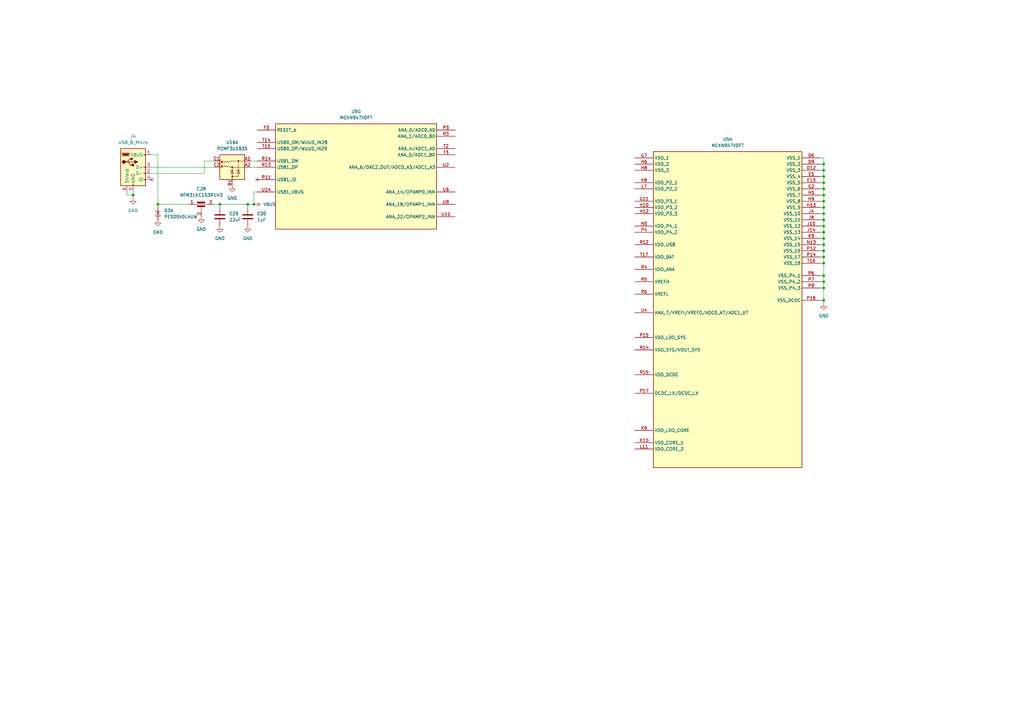
<source format=kicad_sch>
(kicad_sch (version 20231120) (generator "eeschema") (generator_version "8.0")
  (paper "A3")
  (title_block (title "MR-MCXN-T1 Sensor hub") (date "2025-01-17") (rev "X0") (company "NXP SEMICONDUCTORS B.V.") (comment 1 "CLASSIFICATION: INTERNAL USE ONLY") (comment 3 "DESIGNER: YOURI TILS") (comment 4 "CTO SYSTEM INNOVATIONS / MOBILE ROBOTICS DOMAIN"))
  (lib_symbols
    (symbol "Connector:USB_B_Micro" (pin_names (offset 1.016))
      (property "Reference" "J" (at -5.08 11.43 0))
      (property "Value" "USB_B_Micro" (at -5.08 8.89 0))
      (symbol "USB_B_Micro_0_1"
        (rectangle (start -5.08 -7.62) (end 5.08 7.62) (stroke (width 0.254)) (fill (type background)))
        (circle (center -3.81 2.159) (radius 0.635) (stroke (width 0.254)) (fill (type outline)))
        (circle (center -0.635 3.429) (radius 0.381) (stroke (width 0.254)) (fill (type outline)))
        (rectangle (start -0.127 -7.62) (end 0.127 -6.858))
        (polyline (pts (xy -1.905 2.159) (xy 0.635 2.159)) (stroke (width 0.254)))
        (polyline (pts (xy -3.175 2.159) (xy -2.54 2.159) (xy -1.27 3.429) (xy -0.635 3.429)) (stroke (width 0.254)))
        (polyline (pts (xy -2.54 2.159) (xy -1.905 2.159) (xy -1.27 0.889) (xy 0 0.889)) (stroke (width 0.254)))
        (polyline (pts (xy 0.635 2.794) (xy 0.635 1.524) (xy 1.905 2.159) (xy 0.635 2.794)) (stroke (width 0.254)) (fill (type outline)))
        (polyline (pts (xy -4.318 5.588) (xy -1.778 5.588) (xy -2.032 4.826) (xy -4.064 4.826) (xy -4.318 5.588)) (fill (type outline)))
        (polyline (pts (xy -4.699 5.842) (xy -4.699 5.588) (xy -4.445 4.826) (xy -4.445 4.572) (xy -1.651 4.572) (xy -1.651 4.826) (xy -1.397 5.588) (xy -1.397 5.842) (xy -4.699 5.842)))
        (rectangle (start 0.254 1.27) (end -0.508 0.508) (stroke (width 0.254)) (fill (type outline)))
        (rectangle (start 5.08 -5.207) (end 4.318 -4.953))
        (rectangle (start 5.08 -2.667) (end 4.318 -2.413))
        (rectangle (start 5.08 -0.127) (end 4.318 0.127))
        (rectangle (start 5.08 4.953) (end 4.318 5.207))
      )
      (symbol "USB_B_Micro_1_1"
        (pin power_out line (at 7.62 5.08 180) (length 2.54) (name "VBUS") (number "1"))
        (pin bidirectional line (at 7.62 -2.54 180) (length 2.54) (name "D-") (number "2"))
        (pin bidirectional line (at 7.62 0 180) (length 2.54) (name "D+") (number "3"))
        (pin passive line (at 7.62 -5.08 180) (length 2.54) (name "ID") (number "4"))
        (pin power_out line (at 0 -10.16 90) (length 2.54) (name "GND") (number "5"))
        (pin passive line (at -2.54 -10.16 90) (length 2.54) (name "Shield") (number "6"))
      )
    )
    (symbol "Device:C" (pin_numbers hide) (pin_names (offset 0.254))
      (property "Reference" "C" (at 0.635 2.54 0))
      (property "Value" "C" (at 0.635 -2.54 0))
      (symbol "C_0_1"
        (polyline (pts (xy -2.032 -0.762) (xy 2.032 -0.762)) (stroke (width 0.508)))
        (polyline (pts (xy -2.032 0.762) (xy 2.032 0.762)) (stroke (width 0.508)))
      )
      (symbol "C_1_1"
        (pin passive line (at 0 3.81 270) (length 2.794) (name "~") (number "1"))
        (pin passive line (at 0 -3.81 90) (length 2.794) (name "~") (number "2"))
      )
    )
    (symbol "Device:C_Feedthrough" (pin_names (offset 0.254) hide)
      (property "Reference" "C" (at 0 7.62 0))
      (property "Value" "C_Feedthrough" (at 0 5.715 0))
      (symbol "C_Feedthrough_0_1"
        (rectangle (start -1.651 1.524) (end 1.524 2.032) (fill (type outline)))
        (polyline (pts (xy -2.54 2.54) (xy 2.54 2.54)))
        (polyline (pts (xy 0 0) (xy 0 1.778)))
        (rectangle (start 1.524 3.048) (end -1.651 3.556) (fill (type outline)))
      )
      (symbol "C_Feedthrough_1_1"
        (pin passive line (at -5.08 2.54 0) (length 2.54) (name "1") (number "1"))
        (pin passive line (at 0 -2.54 90) (length 2.54) (name "2") (number "2"))
        (pin passive line (at 5.08 2.54 180) (length 2.54) (name "3") (number "3"))
      )
    )
    (symbol "MCXN:MCXN947VDFT"
      (property "Reference" "U" (at 1.27 3.81 0))
      (property "Value" "MCXN947VDFT" (at 7.62 1.27 0))
      (symbol "MCXN947VDFT_1_0"
        (rectangle (start 147.32 0) (end 0 -88.9) (stroke (width 0.254)) (fill (type background)))
        (pin passive line (at -7.62 -48.26 0) (length 7.62) (name "P0_17/TSI0_CH12/ADC0_A9/FC0_P1/CT0_MAT1/UTICK_CAP3/FLEXIO0_D1/PDM0_DATA0/I3C0_SCL/TP_HREADY") (number "A10"))
        (pin passive line (at -7.62 -27.94 0) (length 7.62) (name "P0_9/ADC0_B9/FC0_P5/CT_INP1/FLEXIO0_D1") (number "A12"))
        (pin passive line (at -7.62 -17.78 0) (length 7.62) (name "P0_5/TSI0_CH9/EWM0_OUT_b/FC0_P1/FC1_P5/CT0_MAT3/UTICK_CAP3/PDM0_DATA0") (number "A14"))
        (pin passive line (at -7.62 -7.62 0) (length 7.62) (name "P0_1/TCLK/SWCLK/FC1_P1/CT_INP1") (number "A16"))
        (pin passive line (at -7.62 -5.08 0) (length 7.62) (name "P0_0/TMS/SWDIO/FC1_P0/CT_INP0") (number "A17"))
        (pin passive line (at -7.62 -68.58 0) (length 7.62) (name "P0_25/ADC0_B17/FC1_P1/CT0_MAT1") (number "A6"))
        (pin passive line (at -7.62 -58.42 0) (length 7.62) (name "P0_21/TSI0_CH16/ADC0_A13/FC0_P5/FC1_P1/CT_INP1/FLEXIO0_D5/I3C0_SCL") (number "A8"))
        (pin passive line (at -7.62 -45.72 0) (length 7.62) (name "P0_16/TSI0_CH11/ADC0_A8/FC0_P0/CT0_MAT0/UTICK_CAP2/FLEXIO0_D0/PDM0_CLK/I3C0_SDA/TP_HRESP/WUU0_IN2") (number "B10"))
        (pin passive line (at -7.62 -33.02 0) (length 7.62) (name "P0_11/ADC0_B11/CT0_MAT1/FLEXIO0_D3/HSCMP2_OUT") (number "B11"))
        (pin passive line (at -7.62 -30.48 0) (length 7.62) (name "P0_10/ADC0_B10/FC0_P6/CT0_MAT0/FLEXIO0_D2") (number "B12"))
        (pin passive line (at -7.62 -15.24 0) (length 7.62) (name "P0_4/TSI0_CH8/EWM0_IN/FC0_P0/FC1_P4/CT0_MAT2/UTICK_CAP2/HSCMP1_OUT/PDM0_CLK/WUU0_IN0") (number "B14"))
        (pin passive line (at -7.62 -12.7 0) (length 7.62) (name "P0_3/CMP1_IN1/TDI/FC1_P3/CT0_MAT1/UTICK_CAP1/HSCMP0_OUT") (number "B15"))
        (pin passive line (at -7.62 -10.16 0) (length 7.62) (name "P0_2/TDO/SWO/FC1_P2/CT0_MAT0/UTICK_CAP0/I3C0_PUR") (number "B16"))
        (pin passive line (at -7.62 -66.04 0) (length 7.62) (name "P0_24/ADC0_B16/FC1_P0/CT0_MAT0") (number "B6"))
        (pin passive line (at -7.62 -63.5 0) (length 7.62) (name "P0_23/ADC0_A15/CMP2_IN2/EWM0_OUT_b/FC1_P3/CT_INP3/FLEXIO0_D7/WUU0_IN5") (number "B7"))
        (pin passive line (at -7.62 -60.96 0) (length 7.62) (name "P0_22/ADC0_A14/CMP1_IN2/EWM0_IN/FC0_P6/FC1_P2/CT_INP2/FLEXIO0_D6/I3C0_PUR") (number "B8"))
        (pin passive line (at -7.62 -50.8 0) (length 7.62) (name "P0_18/TSI0_CH13/ADC0_A10/EWM0_IN/FC0_P2/CT0_MAT2/FLEXIO0_D2/HSCMP0_OUT/PDM0_DATA1") (number "C10"))
        (pin passive line (at -7.62 -25.4 0) (length 7.62) (name "P0_8/ADC0_B8/FC0_P4/CT_INP0/FLEXIO0_D0") (number "C12"))
        (pin passive line (at -7.62 -22.86 0) (length 7.62) (name "P0_7/CMP2_IN1/FC0_P3/CT_INP3/WUU0_IN1") (number "C13"))
        (pin passive line (at -7.62 -20.32 0) (length 7.62) (name "P0_6/TSI0_CH10/ISPMODE_N/FC0_P2/FC1_P6/CT_INP2/HSCMP2_OUT/PDM0_DATA1/CLKOUT") (number "C14"))
        (pin passive line (at -7.62 -55.88 0) (length 7.62) (name "P0_20/TSI0_CH15/ADC0_A12/FC0_P4/FC1_P0/CT_INP0/FLEXIO0_D4/I3C0_SDA/WUU0_IN4") (number "C8"))
        (pin passive line (at -7.62 -53.34 0) (length 7.62) (name "P0_19/TSI0_CH14/ADC0_A11/EWM0_OUT_b/FC0_P3/CT0_MAT3/FLEXIO0_D3/HSCMP1_OUT/WUU0_IN3") (number "C9"))
        (pin passive line (at -7.62 -35.56 0) (length 7.62) (name "P0_12/ADC0_B12/NVM_TM0/FC1_P4/FC0_P0/CT0_MAT2/FLEXIO0_D4") (number "D11"))
        (pin passive line (at -7.62 -83.82 0) (length 7.62) (name "P0_31/ADC0_B23/CT_INP3") (number "D7"))
        (pin passive line (at -7.62 -73.66 0) (length 7.62) (name "P0_27/ADC0_B19/FC1_P3/CT0_MAT3") (number "E10"))
        (pin passive line (at -7.62 -40.64 0) (length 7.62) (name "P0_14/ADC0_B14/NVM_TM2/FC1_P6/FC0_P2/CT_INP2/UTICK_CAP0/FLEXIO0_D6") (number "E11"))
        (pin passive line (at -7.62 -81.28 0) (length 7.62) (name "P0_30/ADC0_B22/FC1_P6/FC0_P6/CT_INP2") (number "E7"))
        (pin passive line (at -7.62 -76.2 0) (length 7.62) (name "P0_28/ADC0_B20/FC1_P4/FC0_P4/CT_INP0") (number "E8"))
        (pin passive line (at -7.62 -71.12 0) (length 7.62) (name "P0_26/ADC0_B18/FC1_P2/CT0_MAT2") (number "F10"))
        (pin passive line (at -7.62 -38.1 0) (length 7.62) (name "P0_13/ADC0_B13/NVM_TM1/FC1_P5/FC0_P1/CT0_MAT3/FLEXIO0_D5") (number "F12"))
        (pin passive line (at -7.62 -78.74 0) (length 7.62) (name "P0_29/ADC0_B21/FC1_P5/FC0_P5/CT_INP1") (number "F8"))
        (pin passive line (at -7.62 -43.18 0) (length 7.62) (name "P0_15/ADC0_B15/NVM_TM3/FC0_P3/CT_INP3/UTICK_CAP1/FLEXIO0_D7") (number "G13"))
      )
      (symbol "MCXN947VDFT_2_0"
        (rectangle (start 248.92 0) (end 0 -71.12) (stroke (width 0.254)) (fill (type background)))
        (pin passive line (at -7.62 -22.86 0) (length 7.62) (name "P1_8/TSI0_CH17/ADC1_A8/TRACE_DATA0/FC4_P0/FC5_P4/CT_INP8/SCT0_OUT2/FLEXIO0_D16/EZH_PIO4/PLU_OUT0/ENET0_TXD2/I3C1_SDA/TP_DATA0/WUU0_IN10/LPTMR1_ALT3") (number "A1"))
        (pin passive line (at -7.62 -20.32 0) (length 7.62) (name "P1_7/TSI0_CH7/ADC0_A23/TRIG_OUT2/FC5_P3/CT_INP7/SCT0_IN1/FLEXIO0_D15/EZH_PIO3/PLU_CLK/ENET0_TXD1/SAI1_RX_FS/CAN1_RXD/USB0_DO_TXDATA_TEST/ADC1_CONV_DATA3/WUU0_IN9") (number "A2"))
        (pin passive line (at -7.62 -12.7 0) (length 7.62) (name "P1_4/TSI0_CH4/ADC0_A20/CMP0_IN2/FREQME_CLK_IN0/FC3_P4/FC5_P0/CT1_MAT2/SCT0_OUT0/FLEXIO0_D12/EZH_PIO0/ENET0_TX_CLK/SAI0_TXD1/USB0_IND_RXDM_TEST/ADC1_CONV_DATA0/WUU0_IN8") (number "A4"))
        (pin passive line (at -7.62 -25.4 0) (length 7.62) (name "P1_9/TSI0_CH18/ADC1_A9/TRACE_DATA1/FC4_P1/FC5_P5/CT_INP9/SCT0_OUT3/FLEXIO0_D17/EZH_PIO5/PLU_OUT1/ENET0_TXD3/I3C1_SCL/TP_DATA1") (number "B1"))
        (pin passive line (at -7.62 -17.78 0) (length 7.62) (name "P1_6/TSI0_CH6/ADC0_A22/TRIG_IN2/FC3_P6/FC5_P2/CT_INP6/SCT0_IN0/FLEXIO0_D14/EZH_PIO2/ENET0_TXD0/SAI1_RX_BCLK/CAN1_TXD/USB0_IND_RXDIFF_TEST/ADC1_CONV_DATA2") (number "B2"))
        (pin passive line (at -7.62 -15.24 0) (length 7.62) (name "P1_5/TSI0_CH5/ADC0_A21/CMP0_IN3/FREQME_CLK_IN1/FC3_P5/FC5_P1/CT1_MAT3/SCT0_OUT1/FLEXIO0_D13/EZH_PIO1/ENET0_TXEN/SAI0_RXD1/USB0_IND_RXDP_TEST/ADC1_CONV_DATA1") (number "B3"))
        (pin passive line (at -7.62 -10.16 0) (length 7.62) (name "P1_3/TSI0_CH3/ADC0_A19/CMP0_IN1/TRIG_OUT1/FC3_P3/CT1_MAT1/SCT0_IN7/FLEXIO0_D11/ENET0_MDIO/SAI1_RXD0/CAN0_RXD/TP_HTRANS/WUU0_IN7") (number "B4"))
        (pin passive line (at -7.62 -27.94 0) (length 7.62) (name "P1_10/TSI0_CH19/ADC1_A10/TRACE_DATA2/FC4_P2/FC5_P6/CT2_MAT0/SCT0_IN2/FLEXIO0_D18/EZH_PIO6/PLU_IN0/ENET0_TXER/CAN0_TXD/TP_DATA2") (number "C3"))
        (pin passive line (at -7.62 -7.62 0) (length 7.62) (name "P1_2/TSI0_CH2/ADC0_A18/CMP2_IN0/TRIG_OUT0/FC3_P2/FC4_P6/CT1_MAT0/SCT0_IN6/FLEXIO0_D10/ENET0_MDC/SAI1_TXD0/CAN0_TXD/USB0_OBE_TXDATA_b_TEST/ADC1_CONV_CLK") (number "C4"))
        (pin passive line (at -7.62 -5.08 0) (length 7.62) (name "P1_1/TSI0_CH1/ADC0_A17/CMP1_IN0/TRIG_IN1/FC3_P1/FC4_P5/CT_INP5/SCT0_OUT7/FLEXIO0_D9/SAI1_TX_FS/NVM_SDO") (number "C5"))
        (pin passive line (at -7.62 -2.54 0) (length 7.62) (name "P1_0/TSI0_CH0/ADC0_A16/CMP0_IN0/TRIG_IN0/FC3_P0/FC4_P4/CT_INP4/SCT0_OUT6/FLEXIO0_D8/SAI1_TX_BCLK/WUU0_IN6/LPTMR0_ALT3") (number "C6"))
        (pin passive line (at -7.62 -35.56 0) (length 7.62) (name "P1_13/TSI0_CH22/ADC1_A13/TRIG_IN3/FC4_P5/FC3_P1/CT2_MAT3/SCT0_OUT5/FLEXIO0_D21/EZH_PIO9/PLU_OUT3/ENET0_RXDV/CAN1_TXD/USB0_OBE_TXBIAS_b_TEST/ADC1_CONV_DATA5") (number "D1"))
        (pin passive line (at -7.62 -33.02 0) (length 7.62) (name "P1_12/TSI0_CH21/ADC1_A12/TRACE_CLK/FC4_P4/FC3_P0/CT2_MAT2/SCT0_OUT4/FLEXIO0_D20/EZH_PIO8/PLU_OUT2/ENET0_RXER/CAN1_RXD/USB0_PUE_PULLDWN_DP_TEST/ADC1_CONV_DATA4/WUU0_IN12") (number "D2"))
        (pin passive line (at -7.62 -30.48 0) (length 7.62) (name "P1_11/TSI0_CH20/ADC1_A11/TRACE_DATA3/FC4_P3/CT2_MAT1/SCT0_IN3/FLEXIO0_D19/EZH_PIO7/PLU_IN1/ENET0_RX_CLK/I3C1_PUR/CAN0_RXD/TP_DATA3/WUU0_IN11") (number "D3"))
        (pin passive line (at -7.62 -38.1 0) (length 7.62) (name "P1_14/TSI0_CH23/ADC1_A14/FC4_P6/FC3_P2/CT_INP10/SCT0_IN4/FLEXIO0_D22/EZH_PIO10/PLU_IN2/ENET0_RXD0/USB0_DO_TXSZERO_TEST/ADC1_CONV_DATA6") (number "D4"))
        (pin passive line (at -7.62 -40.64 0) (length 7.62) (name "P1_15/TSI0_CH24/ADC1_A15/FC3_P3/CT_INP11/SCT0_IN5/FLEXIO0_D23/EZH_PIO11/PLU_IN3/ENET0_RXD1/I3C1_PUR/USB0_SRE_LOWSPEED_TEST/ADC1_CONV_DATA7/WUU0_IN13") (number "E4"))
        (pin passive line (at -7.62 -63.5 0) (length 7.62) (name "P1_30/XTAL48M/TRIG_OUT3/CT_INP16/SCT0_OUT8/SAI0_MCLK") (number "F1"))
        (pin passive line (at -7.62 -66.04 0) (length 7.62) (name "P1_31/EXTAL48M/TRIG_IN4/CT_INP17/SCT0_OUT9") (number "F2"))
        (pin passive line (at -7.62 -45.72 0) (length 7.62) (name "P1_17/ADC1_A17/FC5_P1/FC3_P5/CT_INP13/SCT0_OUT7/FLEXIO0_D25/EZH_PIO13/PLU_OUT5/ENET0_RXD3/I3C1_SCL") (number "F4"))
        (pin passive line (at -7.62 -43.18 0) (length 7.62) (name "P1_16/ADC1_A16/FC5_P0/FC3_P4/CT_INP12/SCT0_OUT6/FLEXIO0_D24/EZH_PIO12/PLU_OUT4/ENET0_RXD2/I3C1_SDA/WUU0_IN14") (number "F6"))
        (pin passive line (at -7.62 -48.26 0) (length 7.62) (name "P1_18/ADC1_A18/FREQME_CLK_IN0/FC5_P2/FC3_P6/CT3_MAT0/SCT0_IN6/FLEXIO0_D26/EZH_PIO14/PLU_IN4/ENET0_COL/CAN0_TXD") (number "G4"))
        (pin passive line (at -7.62 -50.8 0) (length 7.62) (name "P1_19/ADC1_A19/FREQME_CLK_IN1/FC5_P3/CT3_MAT1/SCT0_IN7/FLEXIO0_D27/EZH_PIO15/PLU_IN5/ENET0_CRS/CAN0_RXD/WUU0_IN15") (number "G5"))
        (pin passive line (at -7.62 -53.34 0) (length 7.62) (name "P1_20/ADC1_A20/CMP1_IN3/TRIG_IN2/FC5_P4/FC4_P0/CT3_MAT2/SCT0_OUT8/FLEXIO0_D28/EZH_PIO16/PLU_OUT6/ENET0_MDC/CAN1_TXD") (number "K5"))
        (pin passive line (at -7.62 -58.42 0) (length 7.62) (name "P1_22/ADC1_A22/TRIG_IN3/FC5_P6/FC4_P2/CT_INP14/SCT0_OUT4/FLEXIO0_D30/EZH_PIO18") (number "L4"))
        (pin passive line (at -7.62 -55.88 0) (length 7.62) (name "P1_21/ADC1_A21/CMP2_IN3/TRIG_OUT2/FC5_P5/FC4_P1/CT3_MAT3/SCT0_OUT9/FLEXIO0_D29/EZH_PIO17/PLU_OUT7/ENET0_MDIO/SAI1_MCLK/CAN1_RXD") (number "L5"))
        (pin passive line (at -7.62 -60.96 0) (length 7.62) (name "P1_23/ADC1_A23/FC4_P3/CT_INP15/SCT0_OUT5/FLEXIO0_D31/EZH_PIO19") (number "M4"))
      )
      (symbol "MCXN947VDFT_3_0"
        (rectangle (start 223.52 0) (end 0 -35.56) (stroke (width 0.254)) (fill (type background)))
        (pin passive line (at -7.62 -5.08 0) (length 7.62) (name "P2_1/TRACE_CLK/SDHC0_D4/SCT0_IN1/PWM1_B3/FLEXIO0_D9/EZH_PIO21/FLEXSPI0_B_DQS/SINC0_MCLK_OUT0/SAI0_RX_FS/ESPI0_NOTIFY") (number "H1"))
        (pin passive line (at -7.62 -2.54 0) (length 7.62) (name "P2_0/TRIG_IN5/FC9_P6/SDHC0_D5/SCT0_IN0/PWM1_A3/FLEXIO0_D8/EZH_PIO20/FLEXSPI0_B_SS1_b/SAI0_RX_BCLK/ESPI0_RST") (number "H2"))
        (pin passive line (at -7.62 -7.62 0) (length 7.62) (name "P2_2/CLKOUT/FC9_P3/SDHC0_D1/SCT0_OUT0/PWM1_A2/FLEXIO0_D10/EZH_PIO22/FLEXSPI0_B_SS0_b/SINC0_MCLK0/SAI0_TXD0/ESPI0_CSn/USB0_IBE_RXDIFF_b_TEST/WUU0_IN16") (number "H3"))
        (pin passive line (at -7.62 -10.16 0) (length 7.62) (name "P2_3/FC9_P1/SDHC0_D0/SCT0_OUT1/PWM1_B2/FLEXIO0_D11/EZH_PIO23/FLEXSPI0_B_SCLK/SINC0_MBIT0/SAI0_RXD0/ESPI0_CLK/USB0_PUE_PULLDWN_DM_TEST") (number "J3"))
        (pin passive line (at -7.62 -15.24 0) (length 7.62) (name "P2_5/TRIG_OUT3/FC9_P2/SDHC0_CMD/SCT0_OUT3/PWM1_B1/FLEXIO0_D13/EZH_PIO25/FLEXSPI0_B_DATA1/SINC0_MBIT1/SAI0_TXD1/ESPI0_DATA1/USB0_SRE_LOWSPEED_TEST") (number "K1"))
        (pin passive line (at -7.62 -17.78 0) (length 7.62) (name "P2_6/TRIG_IN4/FC9_P4/SDHC0_D3/SCT0_OUT4/PWM1_A0/FLEXIO0_D14/EZH_PIO26/FLEXSPI0_B_DATA2/SINC0_MCLK2/SAI0_TX_BCLK/ESPI0_DATA2/USB0_PUIMPSEL_PULLUP_DP_TEST") (number "K2"))
        (pin passive line (at -7.62 -12.7 0) (length 7.62) (name "P2_4/FC9_P0/SDHC0_CLK/SCT0_OUT2/PWM1_A1/FLEXIO0_D12/EZH_PIO24/FLEXSPI0_B_DATA0/SINC0_MCLK1/SAI0_RXD1/ESPI0_DATA0/USB0_PUE_PULLUP_DP_TEST/WUU0_IN17") (number "K3"))
        (pin passive line (at -7.62 -20.32 0) (length 7.62) (name "P2_7/TRIG_IN5/FC9_P5/SDHC0_D2/SCT0_OUT5/PWM1_B0/FLEXIO0_D15/EZH_PIO27/FLEXSPI0_B_DATA3/SINC0_MBIT2/SAI0_TX_FS/ESPI0_DATA3/USB1_TSTO_PLL_OUT_DIV") (number "L2"))
        (pin passive line (at -7.62 -25.4 0) (length 7.62) (name "P2_9/TRACE_DATA1/SDHC0_D6/SCT0_IN3/PWM1_X1/FLEXIO0_D17/EZH_PIO29/FLEXSPI0_B_DATA5/SINC0_MBIT3/SAI1_RXD0") (number "M1"))
        (pin passive line (at -7.62 -22.86 0) (length 7.62) (name "P2_8/TRACE_DATA0/SDHC0_D7/SCT0_IN2/PWM1_X0/FLEXIO0_D16/EZH_PIO28/FLEXSPI0_B_DATA4/SINC0_MCLK3/SAI1_TXD0") (number "M2"))
        (pin passive line (at -7.62 -27.94 0) (length 7.62) (name "P2_10/TRACE_DATA2/SCT0_IN4/PWM1_X2/FLEXIO0_D18/EZH_PIO31/FLEXSPI0_B_DATA6/SINC0_MCLK4/SAI1_RXD1") (number "M3"))
        (pin passive line (at -7.62 -30.48 0) (length 7.62) (name "P2_11/TRACE_DATA3/SCT0_IN5/PWM1_X3/FLEXIO0_D19/EZH_PIO30/FLEXSPI0_B_DATA7/SINC0_MBIT4/SAI1_TXD1") (number "N4"))
      )
      (symbol "MCXN947VDFT_4_0"
        (rectangle (start 226.06 0) (end 0 -66.04) (stroke (width 0.254)) (fill (type background)))
        (pin passive line (at -7.62 -2.54 0) (length 7.62) (name "P3_0/TRIG_IN0/FC7_P3/CT_INP16/PWM0_A0/FLEXIO0_D8/EZH_PIO0/FLEXSPI0_A_SS0_b/PF_QSPI_CS0_DIS/TP_HWRITE/WUU0_IN22") (number "B17"))
        (pin passive line (at -7.62 -5.08 0) (length 7.62) (name "P3_1/TRIG_IN1/FC6_P0/FC7_P6/CT_INP17/PWM0_B0/FLEXIO0_D9/EZH_PIO1/FLEXSPI0_A_SS1_b/PF_QSPI_CS1_DIS/FREQME_CLK_OUT0") (number "C15"))
        (pin passive line (at -7.62 -20.32 0) (length 7.62) (name "P3_7/FC6_P6/FC7_P1/CT4_MAT3/PWM0_B1/FLEXIO0_D15/EZH_PIO7/FLEXSPI0_A_SCLK/SIM0_VCCEN/SAI0_MCLK/PF_QSPI_SCKIN/TP_LOAD_EN") (number "D14"))
        (pin passive line (at -7.62 -7.62 0) (length 7.62) (name "P3_2/FC7_P0/CT4_MAT0/PWM0_X0/FLEXIO0_D10/EZH_PIO2/SIM1_PD") (number "D15"))
        (pin passive line (at -7.62 -10.16 0) (length 7.62) (name "P3_3/FC7_P1/CT4_MAT1/PWM0_X1/FLEXIO0_D11/EZH_PIO3/SIM1_RST") (number "D16"))
        (pin passive line (at -7.62 -17.78 0) (length 7.62) (name "P3_6/CLKOUT/FC6_P1/CT4_MAT2/PWM0_A1/FLEXIO0_D14/EZH_PIO6/FLEXSPI0_A_DQS/SIM1_VCCEN/SAI1_MCLK/PF_QSPI_CS_n/FREQME_CLK_OUT1/ADC0_CONV_CLK") (number "D17"))
        (pin passive line (at -7.62 -22.86 0) (length 7.62) (name "P3_8/FC6_P4/FC7_P0/CT_INP4/PWM0_A2/FLEXIO0_D16/EZH_PIO8/FLEXSPI0_A_DATA0/SIM0_PD/SAI0_TX_BCLK/PF_QSPI_DATA0/TP_ADDR0/WUU0_IN23") (number "E14"))
        (pin passive line (at -7.62 -12.7 0) (length 7.62) (name "P3_4/FC7_P2/CT_INP18/PWM0_X2/FLEXIO0_D12/EZH_PIO4/SIM1_CLK") (number "F14"))
        (pin passive line (at -7.62 -25.4 0) (length 7.62) (name "P3_9/FC6_P5/FC7_P2/CT_INP5/PWM0_B2/FLEXIO0_D17/EZH_PIO9/FLEXSPI0_A_DATA1/SIM0_RST/SAI0_TX_FS/PF_QSPI_DATA1/TP_ADDR1") (number "F15"))
        (pin passive line (at -7.62 -30.48 0) (length 7.62) (name "P3_11/FC6_P3/FC7_P5/CT1_MAT1/PWM0_B3/FLEXIO0_D19/EZH_PIO11/FLEXSPI0_A_DATA3/SIM0_IO/SAI0_RXD0/PF_QSPI_DATA3/USB1_TSTI_TX_LS_EN/TP_ADDR3/WUU0_IN24") (number "F16"))
        (pin passive line (at -7.62 -27.94 0) (length 7.62) (name "P3_10/FC6_P2/FC7_P4/CT1_MAT0/PWM0_A3/FLEXIO0_D18/EZH_PIO10/FLEXSPI0_A_DATA2/SIM0_CLK/SAI0_TXD0/PF_QSPI_DATA2/USB1_TSTI_TX_HS_MODE/TP_ADDR2") (number "F17"))
        (pin passive line (at -7.62 -15.24 0) (length 7.62) (name "P3_5/FC7_P3/CT_INP19/PWM0_X3/FLEXIO0_D13/EZH_PIO5/SIM1_IO") (number "G14"))
        (pin passive line (at -7.62 -33.02 0) (length 7.62) (name "P3_12/FC7_P4/FC6_P4/CT1_MAT2/PWM1_A0/FLEXIO0_D20/EZH_PIO12/FLEXSPI0_A_DATA4/SAI0_RXD1/USB1_TSTI_TX_ENAB/ADC0_CONV_DATA0") (number "G16"))
        (pin passive line (at -7.62 -40.64 0) (length 7.62) (name "P3_15/FC8_P1/CT_INP7/PWM1_B1/FLEXIO0_D23/EZH_PIO15/FLEXSPI0_A_DATA7/SAI0_RX_FS/PF_SPI_SCKIN/USB1_TSTI_TX_DN/ADC0_CONV_DATA3") (number "H15"))
        (pin passive line (at -7.62 -35.56 0) (length 7.62) (name "P3_13/FC7_P5/FC6_P5/CT1_MAT3/PWM1_B0/FLEXIO0_D21/EZH_PIO13/FLEXSPI0_A_DATA5/SAI0_TXD1/PF_SPI_CS0_n/USB1_TSTI_TX_HIZ/ADC0_CONV_DATA1") (number "H16"))
        (pin passive line (at -7.62 -38.1 0) (length 7.62) (name "P3_14/FC8_P0/CT_INP6/PWM1_A1/FLEXIO0_D22/EZH_PIO14/FLEXSPI0_A_DATA6/SAI0_RX_BCLK/PF_SPI_DATA/USB1_TSTI_TX_DP/ADC0_CONV_DATA2/WUU0_IN25") (number "H17"))
        (pin passive line (at -7.62 -43.18 0) (length 7.62) (name "P3_16/FC8_P2/CT_INP8/PWM1_A2/FLEXIO0_D24/EZH_PIO16/SIM0_CLK/SAI1_TX_BCLK/USB1_TSTO_RX_FS_RXD/ADC0_CONV_DATA4") (number "J15"))
        (pin passive line (at -7.62 -45.72 0) (length 7.62) (name "P3_17/FC8_P3/CT_INP9/PWM1_B2/FLEXIO0_D25/EZH_PIO17/SIM0_IO/SAI1_TX_FS/USB1_TSTO_RX_HS_RXD/ADC0_CONV_DATA5/WUU0_IN26") (number "K15"))
        (pin passive line (at -7.62 -48.26 0) (length 7.62) (name "P3_18/FC6_P6/CT2_MAT0/PWM1_X0/FLEXIO0_D26/EZH_PIO18/SAI1_RX_BCLK") (number "K16"))
        (pin passive line (at -7.62 -50.8 0) (length 7.62) (name "P3_19/FC7_P6/CT2_MAT1/PWM1_X1/FLEXIO0_D27/EZH_PIO19/SAI1_RX_FS") (number "K17"))
        (pin passive line (at -7.62 -55.88 0) (length 7.62) (name "P3_21/TRIG_OUT1/FC8_P5/FC6_P1/CT2_MAT3/PWM1_B3/FLEXIO0_D29/EZH_PIO21/SIM0_RST/SAI1_RXD0/PF_SPI_CS1_DIS_n/USB1_TSTO_RX_SQUELCH/ADC0_CONV_DATA7") (number "L16"))
        (pin passive line (at -7.62 -60.96 0) (length 7.62) (name "P3_23/FC6_P3/CT_INP11/PWM1_X3/FLEXIO0_D31/EZH_PIO23/SAI1_TXD1") (number "M15"))
        (pin passive line (at -7.62 -58.42 0) (length 7.62) (name "P3_22/FC8_P6/FC6_P2/CT_INP10/PWM1_X2/FLEXIO0_D30/EZH_PIO22/SIM0_VCCEN/SAI1_RXD1") (number "M16"))
        (pin passive line (at -7.62 -53.34 0) (length 7.62) (name "P3_20/TRIG_OUT0/FC8_P4/FC6_P0/CT2_MAT2/PWM1_A3/FLEXIO0_D28/EZH_PIO20/SIM0_PD/SAI1_TXD0/PF_SPI_CS0_DIS_n/USB1_TSTO_RX_DISCON_DET/ADC0_CONV_DATA6/WUU0_IN27") (number "M17"))
      )
      (symbol "MCXN947VDFT_5_0"
        (rectangle (start 198.12 0) (end 0 -55.88) (stroke (width 0.254)) (fill (type background)))
        (pin passive line (at -7.62 -12.7 0) (length 7.62) (name "P4_4/FC2_P4/CT_INP14/EZH_PIO28/PLU_IN4/SINC0_MCLK4") (number "M6"))
        (pin passive line (at -7.62 -15.24 0) (length 7.62) (name "P4_5/FC2_P5/CT_INP15/EZH_PIO29/PLU_IN5/SINC0_MBIT4") (number "M8"))
        (pin passive line (at -7.62 -38.1 0) (length 7.62) (name "P4_18/CT3_MAT2/FLEXIO0_D26/PLU_OUT6") (number "N10"))
        (pin passive line (at -7.62 -17.78 0) (length 7.62) (name "P4_6/TRIG_OUT4/FC2_P6/CT_INP18/EZH_PIO30/PLU_CLK") (number "N7"))
        (pin passive line (at -7.62 -27.94 0) (length 7.62) (name "P4_14/CT4_MAT2/FLEXIO0_D22/PLU_OUT2") (number "N8"))
        (pin passive line (at -7.62 -2.54 0) (length 7.62) (name "P4_0/TRIG_IN6/FC2_P0/CT_INP16/EZH_PIO24/PLU_IN0/SINC0_MCLK3/WUU0_IN18") (number "P1"))
        (pin passive line (at -7.62 -5.08 0) (length 7.62) (name "P4_1/TRIG_IN7/FC2_P1/CT_INP17/EZH_PIO25/PLU_IN1") (number "P2"))
        (pin passive line (at -7.62 -40.64 0) (length 7.62) (name "P4_19/OPAMP1_OUT/ADC0_B1/CMP1_IN4P/TRIG_OUT5/CT3_MAT3/FLEXIO0_D27/PLU_OUT7/SINC0_MCLK_OUT1") (number "R10"))
        (pin passive line (at -7.62 -33.02 0) (length 7.62) (name "P4_16/OPAMP1_INP0/ADC0_A6/FC2_P2/USB1_OTG_PWR/CT3_MAT0/FLEXIO0_D24/PLU_OUT4/SINC0_MCLK1/CAN1_TXD") (number "R8"))
        (pin passive line (at -7.62 -35.56 0) (length 7.62) (name "P4_17/OPAMP1_INP1/ADC0_B6/TRIG_IN9/FC2_P3/USB1_OTG_OC/CT3_MAT1/FLEXIO0_D25/PLU_OUT5/SINC0_MBIT1") (number "R9"))
        (pin passive line (at -7.62 -7.62 0) (length 7.62) (name "P4_2/DAC0_OUT/ADC0_A4/ADC1_A4/CMP0_IN4N/CMP1_IN4N/CMP2_IN4N/TRIG_IN6/FC2_P2/CT_INP12/EZH_PIO26/PLU_IN2/SINC0_MBIT3") (number "T1"))
        (pin passive line (at -7.62 -43.18 0) (length 7.62) (name "P4_20/OPAMP2_INP0/ADC1_A6/TRIG_IN8/FC2_P4/CT2_MAT0/FLEXIO0_D28/SINC0_MCLK2") (number "T10"))
        (pin passive line (at -7.62 -45.72 0) (length 7.62) (name "P4_21/OPAMP2_INP1/ADC1_B6/TRIG_IN9/FC2_P5/CT2_MAT1/FLEXIO0_D29/SINC0_MBIT2") (number "T11"))
        (pin passive line (at -7.62 -48.26 0) (length 7.62) (name "P4_22/CT2_MAT2/FLEXIO0_D30") (number "T12"))
        (pin passive line (at -7.62 -20.32 0) (length 7.62) (name "P4_7/CT_INP19/EZH_PIO31") (number "T4"))
        (pin passive line (at -7.62 -22.86 0) (length 7.62) (name "P4_12/OPAMP0_INP0/ADC0_A5/ADC1_A5/USB0_VBUS_DET/FC2_P0/CT4_MAT0/FLEXIO0_D20/PLU_OUT0/SINC0_MCLK0/CAN0_RXD/MTR_START_BURNIN/WUU0_IN20") (number "T6"))
        (pin passive line (at -7.62 -25.4 0) (length 7.62) (name "P4_13/OPAMP0_INP1/ADC0_B5/ADC1_B5/TRIG_IN8/FC2_P1/USB1_ID/CT4_MAT1/FLEXIO0_D21/PLU_OUT1/SINC0_MBIT0/CAN0_TXD") (number "T7"))
        (pin passive line (at -7.62 -30.48 0) (length 7.62) (name "P4_15/OPAMP0_OUT/ADC0_A1/CMP0_IN4P/TRIG_OUT4/USB1_VBUS_DIG/CT4_MAT3/FLEXIO0_D23/PLU_OUT3/SINC0_MCLK_OUT0/CAN1_RXD/WUU0_IN21") (number "T8"))
        (pin passive line (at -7.62 -10.16 0) (length 7.62) (name "P4_3/DAC1_OUT/ADC0_B4/ADC1_B4/CMP0_IN5N/CMP1_IN5N/CMP2_IN5N/TRIG_IN7/FC2_P3/CT_INP13/EZH_PIO27/PLU_IN3/WUU0_IN19") (number "U1"))
        (pin passive line (at -7.62 -50.8 0) (length 7.62) (name "P4_23/OPAMP2_OUT/ADC0_A2/ADC0_B2/ADC1_B3/CMP2_IN4P/TRIG_OUT5/FC2_P6/CT2_MAT3/FLEXIO0_D31/SINC0_MCLK_OUT2") (number "U12"))
      )
      (symbol "MCXN947VDFT_6_0"
        (rectangle (start 73.66 0) (end 0 -33.02) (stroke (width 0.254)) (fill (type background)))
        (pin passive line (at -7.62 -17.78 0) (length 7.62) (name "P5_5/ADC1_B13/TRIG_IN10/LPTMR0_ALT2/TAMPER3") (number "K12"))
        (pin passive line (at -7.62 -20.32 0) (length 7.62) (name "P5_6/ADC1_B14/TRIG_OUT6/LPTMR1_ALT2/TAMPER4") (number "K13"))
        (pin passive line (at -7.62 -22.86 0) (length 7.62) (name "P5_7/ADC1_B15/TRIG_IN11/TAMPER5") (number "L13"))
        (pin passive line (at -7.62 -25.4 0) (length 7.62) (name "P5_8/ADC1_B16/TRIG_OUT7/TAMPER6") (number "L14"))
        (pin passive line (at -7.62 -10.16 0) (length 7.62) (name "P5_2/ADC1_B10/VBAT_WAKEUP_b/SPC_LPREQ/TAMPER0") (number "M10"))
        (pin passive line (at -7.62 -15.24 0) (length 7.62) (name "P5_4/ADC1_B12/TRIG_OUT7/SPC_LPREQ/TAMPER2") (number "M12"))
        (pin passive line (at -7.62 -27.94 0) (length 7.62) (name "P5_9/ADC1_B17/TAMPER7") (number "M14"))
        (pin passive line (at -7.62 -12.7 0) (length 7.62) (name "P5_3/ADC1_B11/TRIG_IN11/RTC_CLKOUT/TAMPER1") (number "N11"))
        (pin passive line (at -7.62 -5.08 0) (length 7.62) (name "P5_0/EXTAL32K/ADC1_B8/TRIG_IN10/LPTMR0_ALT2") (number "U16"))
        (pin passive line (at -7.62 -7.62 0) (length 7.62) (name "P5_1/XTAL32K/ADC1_B9/TRIG_OUT6/LPTMR1_ALT2") (number "U17"))
      )
      (symbol "MCXN947VDFT_7_0"
        (rectangle (start 66.04 0) (end 0 -43.18) (stroke (width 0.254)) (fill (type background)))
        (pin passive line (at -7.62 -2.54 0) (length 7.62) (name "RESET_b") (number "F3"))
        (pin passive line (at -7.62 -22.86 0) (length 7.62) (name "USB1_ID") (number "P11"))
        (pin passive line (at 73.66 -2.54 180) (length 7.62) (name "ANA_0/ADC0_A0") (number "P3"))
        (pin passive line (at -7.62 -17.78 0) (length 7.62) (name "USB1_DP") (number "R13"))
        (pin passive line (at -7.62 -15.24 0) (length 7.62) (name "USB1_DM") (number "R14"))
        (pin passive line (at 73.66 -5.08 180) (length 7.62) (name "ANA_1/ADC0_B0") (number "R3"))
        (pin passive line (at -7.62 -7.62 0) (length 7.62) (name "USB0_DM/WUU0_IN28") (number "T14"))
        (pin passive line (at -7.62 -10.16 0) (length 7.62) (name "USB0_DP/WUU0_IN29") (number "T15"))
        (pin passive line (at 73.66 -10.16 180) (length 7.62) (name "ANA_4/ADC1_A0") (number "T2"))
        (pin passive line (at 73.66 -12.7 180) (length 7.62) (name "ANA_5/ADC1_B0") (number "T3"))
        (pin passive line (at 73.66 -38.1 180) (length 7.62) (name "ANA_22/OPAMP2_INN") (number "U10"))
        (pin passive line (at -7.62 -27.94 0) (length 7.62) (name "USB1_VBUS") (number "U14"))
        (pin passive line (at 73.66 -17.78 180) (length 7.62) (name "ANA_6/DAC2_OUT/ADC0_A3/ADC1_A3") (number "U2"))
        (pin passive line (at 73.66 -27.94 180) (length 7.62) (name "ANA_14/OPAMP0_INN") (number "U6"))
        (pin passive line (at 73.66 -33.02 180) (length 7.62) (name "ANA_18/OPAMP1_INN") (number "U8"))
      )
      (symbol "MCXN947VDFT_8_0"
        (rectangle (start 60.96 0) (end 0 -129.54) (stroke (width 0.254)) (fill (type background)))
        (pin passive line (at 68.58 -7.62 180) (length 7.62) (name "VSS_3") (number "D12"))
        (pin passive line (at 68.58 -2.54 180) (length 7.62) (name "VSS_1") (number "D6"))
        (pin passive line (at 68.58 -5.08 180) (length 7.62) (name "VSS_2") (number "D9"))
        (pin passive line (at 68.58 -12.7 180) (length 7.62) (name "VSS_5") (number "E13"))
        (pin passive line (at 68.58 -10.16 180) (length 7.62) (name "VSS_4") (number "E5"))
        (pin passive line (at -7.62 -20.32 0) (length 7.62) (name "VDD_P3_1") (number "G11"))
        (pin passive line (at 68.58 -15.24 180) (length 7.62) (name "VSS_6") (number "G2"))
        (pin passive line (at -7.62 -2.54 0) (length 7.62) (name "VDD_1") (number "G7"))
        (pin passive line (at -7.62 -22.86 0) (length 7.62) (name "VDD_P3_2") (number "H10"))
        (pin passive line (at -7.62 -25.4 0) (length 7.62) (name "VDD_P3_3") (number "H12"))
        (pin passive line (at 68.58 -22.86 180) (length 7.62) (name "VSS_9") (number "H13"))
        (pin passive line (at 68.58 -17.78 180) (length 7.62) (name "VSS_7") (number "H5"))
        (pin passive line (at -7.62 -5.08 0) (length 7.62) (name "VDD_2") (number "H6"))
        (pin passive line (at -7.62 -7.62 0) (length 7.62) (name "VDD_3") (number "H8"))
        (pin passive line (at 68.58 -20.32 180) (length 7.62) (name "VSS_8") (number "H9"))
        (pin passive line (at 68.58 -30.48 180) (length 7.62) (name "VSS_12") (number "J10"))
        (pin passive line (at 68.58 -33.02 180) (length 7.62) (name "VSS_13") (number "J14"))
        (pin passive line (at 68.58 -25.4 180) (length 7.62) (name "VSS_10") (number "J4"))
        (pin passive line (at 68.58 -27.94 180) (length 7.62) (name "VSS_11") (number "J8"))
        (pin passive line (at -7.62 -119.38 0) (length 7.62) (name "VDD_CORE_1") (number "K10"))
        (pin passive line (at -7.62 -114.3 0) (length 7.62) (name "VDD_LDO_CORE") (number "K6"))
        (pin passive line (at -7.62 -12.7 0) (length 7.62) (name "VDD_P2_1") (number "K8"))
        (pin passive line (at 68.58 -35.56 180) (length 7.62) (name "VSS_14") (number "K9"))
        (pin passive line (at -7.62 -121.92 0) (length 7.62) (name "VDD_CORE_2") (number "L11"))
        (pin passive line (at -7.62 -15.24 0) (length 7.62) (name "VDD_P2_2") (number "L7"))
        (pin passive line (at 68.58 -38.1 180) (length 7.62) (name "VSS_15") (number "N13"))
        (pin passive line (at -7.62 -81.28 0) (length 7.62) (name "VDD_SYS/VOUT_SYS") (number "N14"))
        (pin passive line (at -7.62 -30.48 0) (length 7.62) (name "VDD_P4_1") (number "N5"))
        (pin passive line (at 68.58 -40.64 180) (length 7.62) (name "VSS_16") (number "P12"))
        (pin passive line (at 68.58 -43.18 180) (length 7.62) (name "VSS_17") (number "P14"))
        (pin passive line (at -7.62 -76.2 0) (length 7.62) (name "VDD_LDO_SYS") (number "P15"))
        (pin passive line (at 68.58 -60.96 180) (length 7.62) (name "VSS_DCDC") (number "P16"))
        (pin passive line (at -7.62 -99.06 0) (length 7.62) (name "DCDC_LX/DCDC_LX") (number "P17"))
        (pin passive line (at -7.62 -33.02 0) (length 7.62) (name "VDD_P4_2") (number "P4"))
        (pin passive line (at 68.58 -50.8 180) (length 7.62) (name "VSS_P4_1") (number "P6"))
        (pin passive line (at 68.58 -53.34 180) (length 7.62) (name "VSS_P4_2") (number "P7"))
        (pin passive line (at 68.58 -55.88 180) (length 7.62) (name "VSS_P4_3") (number "P9"))
        (pin passive line (at -7.62 -38.1 0) (length 7.62) (name "VDD_USB") (number "R12"))
        (pin passive line (at -7.62 -91.44 0) (length 7.62) (name "VDD_DCDC") (number "R15"))
        (pin passive line (at -7.62 -48.26 0) (length 7.62) (name "VDD_ANA") (number "R4"))
        (pin passive line (at -7.62 -53.34 0) (length 7.62) (name "VREFH") (number "R5"))
        (pin passive line (at -7.62 -58.42 0) (length 7.62) (name "VREFL") (number "R6"))
        (pin passive line (at 68.58 -45.72 180) (length 7.62) (name "VSS_18") (number "T16"))
        (pin passive line (at -7.62 -43.18 0) (length 7.62) (name "VDD_BAT") (number "T17"))
        (pin passive line (at -7.62 -66.04 0) (length 7.62) (name "ANA_7/VREFI/VREFO/ADC0_A7/ADC1_A7") (number "U4"))
      )
    )
    (symbol "Power_Protection:PCMF3USB3S" (pin_names (offset 0.0254) hide)
      (property "Reference" "U" (at -5.08 6.35 0))
      (property "Value" "PCMF3USB3S" (at 7.62 6.35 0))
      (symbol "PCMF3USB3S_0_1"
        (rectangle (start -5.08 5.08) (end 5.08 -5.08) (stroke (width 0.254)) (fill (type background)))
        (polyline (pts (xy -5.08 0) (xy 0.889 0)))
        (polyline (pts (xy -5.08 2.54) (xy 0.889 2.54)))
        (polyline (pts (xy -2.54 2.54) (xy -2.54 -3.81)))
        (polyline (pts (xy 0 0) (xy 0 -5.08)))
        (polyline (pts (xy 5.08 0) (xy 3.937 0)))
        (polyline (pts (xy 5.08 2.54) (xy 3.937 2.54)))
        (arc (start 0.889 2.5023) (mid 1.397 2.0306) (end 1.905 2.5023))
        (arc (start 1.905 0.0377) (mid 1.397 0.5094) (end 0.889 0.0377))
        (arc (start 1.905 2.5023) (mid 2.413 2.0306) (end 2.921 2.5023))
        (arc (start 2.921 0.0377) (mid 2.413 0.5094) (end 1.905 0.0377))
        (arc (start 2.921 2.5023) (mid 3.429 2.0306) (end 3.937 2.5023))
        (arc (start 3.937 0.0377) (mid 3.429 0.5094) (end 2.921 0.0377))
      )
      (symbol "PCMF3USB3S_1_1"
        (circle (center -2.54 2.54) (radius 0.254) (fill (type outline)))
        (circle (center 0 -3.81) (radius 0.254) (fill (type outline)))
        (polyline (pts (xy 0 -3.81) (xy -2.54 -3.81)))
        (polyline (pts (xy -1.905 -1.651) (xy -1.905 -1.27) (xy -3.175 -1.27)))
        (polyline (pts (xy 0.635 -1.651) (xy 0.635 -1.27) (xy -0.635 -1.27)))
        (polyline (pts (xy -3.175 -2.54) (xy -1.905 -2.54) (xy -2.54 -1.27) (xy -3.175 -2.54)))
        (polyline (pts (xy -0.635 -2.54) (xy 0.635 -2.54) (xy 0 -1.27) (xy -0.635 -2.54)))
        (circle (center 0 0) (radius 0.254) (fill (type outline)))
        (circle (center 4.318 0.508) (radius 0.254) (fill (type outline)))
        (circle (center 4.318 2.032) (radius 0.254) (fill (type outline)))
        (pin passive line (at -7.62 2.54 0) (length 2.54) (name "CH1_IN+") (number "A1"))
        (pin passive line (at -7.62 0 0) (length 2.54) (name "CH1_IN-") (number "A2"))
        (pin power_in line (at 0 -7.62 90) (length 2.54) (name "GND_CH1") (number "B1"))
        (pin passive line (at 7.62 2.54 180) (length 2.54) (name "CH1_OUT+") (number "C1"))
        (pin passive line (at 7.62 0 180) (length 2.54) (name "CH1_OUT-") (number "C2"))
      )
      (symbol "PCMF3USB3S_2_1"
        (circle (center -2.54 2.54) (radius 0.254) (fill (type outline)))
        (circle (center 0 -3.81) (radius 0.254) (fill (type outline)))
        (polyline (pts (xy 0 -3.81) (xy -2.54 -3.81)))
        (polyline (pts (xy -1.905 -1.651) (xy -1.905 -1.27) (xy -3.175 -1.27)))
        (polyline (pts (xy 0.635 -1.651) (xy 0.635 -1.27) (xy -0.635 -1.27)))
        (polyline (pts (xy -3.175 -2.54) (xy -1.905 -2.54) (xy -2.54 -1.27) (xy -3.175 -2.54)))
        (polyline (pts (xy -0.635 -2.54) (xy 0.635 -2.54) (xy 0 -1.27) (xy -0.635 -2.54)))
        (circle (center 0 0) (radius 0.254) (fill (type outline)))
        (circle (center 4.318 0.508) (radius 0.254) (fill (type outline)))
        (circle (center 4.318 2.032) (radius 0.254) (fill (type outline)))
        (pin passive line (at -7.62 2.54 0) (length 2.54) (name "CH2_IN+") (number "A3"))
        (pin passive line (at -7.62 0 0) (length 2.54) (name "CH2_IN-") (number "A4"))
        (pin power_in line (at 0 -7.62 90) (length 2.54) (name "GND_CH2") (number "B2"))
        (pin passive line (at 7.62 2.54 180) (length 2.54) (name "CH2_OUT+") (number "C3"))
        (pin passive line (at 7.62 0 180) (length 2.54) (name "CH2_OUT-") (number "C4"))
      )
      (symbol "PCMF3USB3S_3_1"
        (circle (center -2.54 2.54) (radius 0.254) (fill (type outline)))
        (circle (center 0 -3.81) (radius 0.254) (fill (type outline)))
        (polyline (pts (xy 0 -3.81) (xy -2.54 -3.81)))
        (polyline (pts (xy -1.905 -1.651) (xy -1.905 -1.27) (xy -3.175 -1.27)))
        (polyline (pts (xy 0.635 -1.651) (xy 0.635 -1.27) (xy -0.635 -1.27)))
        (polyline (pts (xy -3.175 -2.54) (xy -1.905 -2.54) (xy -2.54 -1.27) (xy -3.175 -2.54)))
        (polyline (pts (xy -0.635 -2.54) (xy 0.635 -2.54) (xy 0 -1.27) (xy -0.635 -2.54)))
        (circle (center 0 0) (radius 0.254) (fill (type outline)))
        (circle (center 4.318 0.508) (radius 0.254) (fill (type outline)))
        (circle (center 4.318 2.032) (radius 0.254) (fill (type outline)))
        (pin passive line (at -7.62 2.54 0) (length 2.54) (name "CH3_IN+") (number "A5"))
        (pin passive line (at -7.62 0 0) (length 2.54) (name "CH3_IN-") (number "A6"))
        (pin power_in line (at 0 -7.62 90) (length 2.54) (name "GND_CH3") (number "B3"))
        (pin passive line (at 7.62 2.54 180) (length 2.54) (name "CH3_OUT+") (number "C5"))
        (pin passive line (at 7.62 0 180) (length 2.54) (name "CH3_OUT-") (number "C6"))
      )
    )
    (symbol "Power_Protection:PESD5V0L4UW" (pin_numbers hide) (pin_names hide)
      (property "Reference" "D" (at 0 2.54 0))
      (property "Value" "PESD5V0L4UW" (at 0 -2.54 0))
      (symbol "PESD5V0L4UW_0_1"
        (polyline (pts (xy -1.016 0) (xy 1.016 0)))
        (polyline (pts (xy -1.016 1.016) (xy -1.016 -1.016) (xy -0.508 -1.016)))
        (polyline (pts (xy 1.016 1.016) (xy -1.016 0) (xy 1.016 -1.016) (xy 1.016 1.016)))
      )
      (symbol "PESD5V0L4UW_1_1"
        (pin passive line (at -2.54 0 0) (length 2.54) (name "K1") (number "1"))
        (pin passive line (at 2.54 0 180) (length 2.54) (name "A") (number "2"))
      )
      (symbol "PESD5V0L4UW_2_1"
        (pin passive line (at -2.54 0 0) (length 2.54) (name "K2") (number "3"))
      )
      (symbol "PESD5V0L4UW_3_1"
        (pin passive line (at -2.54 0 0) (length 2.54) (name "K3") (number "4"))
      )
      (symbol "PESD5V0L4UW_4_1"
        (pin passive line (at -2.54 0 0) (length 2.54) (name "K4") (number "5"))
      )
    )
    (symbol "power:GND" (power) (pin_numbers hide) (pin_names (offset 0) hide)
      (property "Value" "GND" (at 0 -3.81 0))
      (symbol "GND_0_1"
        (polyline (pts (xy 0 0) (xy 0 -1.27) (xy 1.27 -1.27) (xy 0 -2.54) (xy -1.27 -1.27) (xy 0 -1.27)))
      )
      (symbol "GND_1_1"
        (pin power_in line (at 0 0 270) (length 0) (name "~") (number "1"))
      )
    )
    (symbol "power:VBUS" (power) (pin_numbers hide) (pin_names (offset 0) hide)
      (property "Value" "VBUS" (at 0 3.556 0))
      (symbol "VBUS_0_1"
        (polyline (pts (xy -0.762 1.27) (xy 0 2.54)))
        (polyline (pts (xy 0 0) (xy 0 2.54)))
        (polyline (pts (xy 0 2.54) (xy 0.762 1.27)))
      )
      (symbol "VBUS_1_1"
        (pin power_in line (at 0 0 90) (length 0) (name "~") (number "1"))
      )
    )
  )
  (junction (at 54.61 80.01))
  (junction (at 337.82 118.11))
  (junction (at 337.82 90.17))
  (junction (at 337.82 69.85))
  (junction (at 337.82 97.79))
  (junction (at 90.17 83.82))
  (junction (at 337.82 102.87))
  (junction (at 337.82 72.39))
  (junction (at 337.82 67.31))
  (junction (at 337.82 100.33))
  (junction (at 101.6 83.82))
  (junction (at 337.82 74.93))
  (junction (at 337.82 113.03))
  (junction (at 337.82 77.47))
  (junction (at 337.82 115.57))
  (junction (at 337.82 105.41))
  (junction (at 337.82 95.25))
  (junction (at 64.77 83.82))
  (junction (at 337.82 92.71))
  (junction (at 337.82 107.95))
  (junction (at 337.82 123.19))
  (junction (at 337.82 85.09))
  (junction (at 104.14 83.82))
  (junction (at 337.82 87.63))
  (junction (at 337.82 80.01))
  (junction (at 337.82 82.55))
  (no_connect (at 105.41 73.66))
  (no_connect (at 62.23 73.66))
  (wire (pts (xy 54.61 78.74) (xy 54.61 80.01)))
  (wire (pts (xy 87.63 83.82) (xy 90.17 83.82)))
  (wire (pts (xy 87.63 66.04) (xy 83.82 66.04)))
  (wire (pts (xy 101.6 83.82) (xy 101.6 85.09)))
  (wire (pts (xy 337.82 95.25) (xy 337.82 97.79)))
  (wire (pts (xy 337.82 72.39) (xy 337.82 74.93)))
  (wire (pts (xy 102.87 66.04) (xy 105.41 66.04)))
  (wire (pts (xy 337.82 97.79) (xy 336.55 97.79)))
  (wire (pts (xy 337.82 92.71) (xy 337.82 95.25)))
  (wire (pts (xy 62.23 63.5) (xy 64.77 63.5)))
  (wire (pts (xy 337.82 102.87) (xy 336.55 102.87)))
  (wire (pts (xy 337.82 107.95) (xy 336.55 107.95)))
  (wire (pts (xy 337.82 82.55) (xy 336.55 82.55)))
  (wire (pts (xy 337.82 77.47) (xy 336.55 77.47)))
  (wire (pts (xy 104.14 78.74) (xy 105.41 78.74)))
  (wire (pts (xy 62.23 68.58) (xy 87.63 68.58)))
  (wire (pts (xy 337.82 115.57) (xy 337.82 118.11)))
  (wire (pts (xy 337.82 64.77) (xy 336.55 64.77)))
  (wire (pts (xy 337.82 64.77) (xy 337.82 67.31)))
  (wire (pts (xy 337.82 90.17) (xy 336.55 90.17)))
  (wire (pts (xy 337.82 85.09) (xy 336.55 85.09)))
  (wire (pts (xy 54.61 80.01) (xy 52.07 80.01)))
  (wire (pts (xy 54.61 80.01) (xy 54.61 81.28)))
  (wire (pts (xy 83.82 71.12) (xy 62.23 71.12)))
  (wire (pts (xy 337.82 87.63) (xy 336.55 87.63)))
  (wire (pts (xy 337.82 118.11) (xy 336.55 118.11)))
  (wire (pts (xy 102.87 68.58) (xy 105.41 68.58)))
  (wire (pts (xy 90.17 83.82) (xy 101.6 83.82)))
  (wire (pts (xy 104.14 83.82) (xy 104.14 78.74)))
  (wire (pts (xy 337.82 97.79) (xy 337.82 100.33)))
  (wire (pts (xy 337.82 90.17) (xy 337.82 92.71)))
  (wire (pts (xy 337.82 72.39) (xy 336.55 72.39)))
  (wire (pts (xy 337.82 123.19) (xy 336.55 123.19)))
  (wire (pts (xy 337.82 113.03) (xy 336.55 113.03)))
  (wire (pts (xy 337.82 105.41) (xy 337.82 107.95)))
  (wire (pts (xy 337.82 80.01) (xy 337.82 82.55)))
  (wire (pts (xy 337.82 85.09) (xy 337.82 87.63)))
  (wire (pts (xy 90.17 83.82) (xy 90.17 85.09)))
  (wire (pts (xy 64.77 83.82) (xy 77.47 83.82)))
  (wire (pts (xy 101.6 83.82) (xy 104.14 83.82)))
  (wire (pts (xy 337.82 67.31) (xy 336.55 67.31)))
  (wire (pts (xy 337.82 92.71) (xy 336.55 92.71)))
  (wire (pts (xy 64.77 85.09) (xy 64.77 83.82)))
  (wire (pts (xy 83.82 71.12) (xy 83.82 66.04)))
  (wire (pts (xy 337.82 95.25) (xy 336.55 95.25)))
  (wire (pts (xy 337.82 115.57) (xy 336.55 115.57)))
  (wire (pts (xy 337.82 82.55) (xy 337.82 85.09)))
  (wire (pts (xy 52.07 80.01) (xy 52.07 78.74)))
  (wire (pts (xy 337.82 80.01) (xy 336.55 80.01)))
  (wire (pts (xy 337.82 118.11) (xy 337.82 123.19)))
  (wire (pts (xy 337.82 74.93) (xy 337.82 77.47)))
  (wire (pts (xy 337.82 87.63) (xy 337.82 90.17)))
  (wire (pts (xy 337.82 105.41) (xy 336.55 105.41)))
  (wire (pts (xy 337.82 123.19) (xy 337.82 124.46)))
  (wire (pts (xy 337.82 77.47) (xy 337.82 80.01)))
  (wire (pts (xy 337.82 100.33) (xy 336.55 100.33)))
  (wire (pts (xy 64.77 63.5) (xy 64.77 83.82)))
  (wire (pts (xy 337.82 74.93) (xy 336.55 74.93)))
  (wire (pts (xy 337.82 100.33) (xy 337.82 102.87)))
  (wire (pts (xy 337.82 113.03) (xy 337.82 115.57)))
  (wire (pts (xy 337.82 69.85) (xy 336.55 69.85)))
  (wire (pts (xy 337.82 107.95) (xy 337.82 113.03)))
  (wire (pts (xy 337.82 67.31) (xy 337.82 69.85)))
  (wire (pts (xy 337.82 102.87) (xy 337.82 105.41)))
  (wire (pts (xy 337.82 69.85) (xy 337.82 72.39)))
  (symbol (lib_id "Connector:USB_B_Micro") (at 54.61 68.58 0) (unit 1)
    (property "Reference" "J4" (at 54.61 55.88 0))
    (property "Value" "USB_B_Micro" (at 54.61 58.42 0))
    (property "Description" "USB Micro Type B connector" (effects (hide yes)))
  )
  (symbol (lib_id "power:VBUS") (at 104.14 83.82 270) (unit 1)
    (property "Reference" "#PWR072" (effects (hide yes)))
    (property "Value" "VBUS" (at 107.95 83.8199 90) (effects (justify left)))
    (property "Description" "Power symbol creates a global label with name \"VBUS\"" (effects (hide yes)))
  )
  (symbol (lib_id "Device:C") (at 90.17 88.9 0) (unit 1)
    (property "Reference" "C29" (at 93.98 87.6299 0) (effects (justify left)))
    (property "Value" "22uF" (at 93.98 90.1699 0) (effects (justify left)))
    (property "Description" "Unpolarized capacitor" (effects (hide yes)))
  )
  (symbol (lib_id "MCXN:MCXN947VDFT") (at 267.97 62.23 0) (unit 8)
    (property "Reference" "U5" (at 298.45 57.15 0))
    (property "Value" "MCXN947VDFT" (at 298.45 59.69 0))
    (property "Footprint" "NXP_BGA:BGA184_0P5_9X9_SM" (effects (hide yes)))
    (property "Description" "IC MCX N94 150MHZ DUAL CORE NPU" (effects (hide yes)))
  )
  (symbol (lib_id "power:GND") (at 82.55 88.9 0) (unit 1)
    (property "Reference" "#PWR053" (effects (hide yes)))
    (property "Value" "GND" (at 82.55 93.98 0))
    (property "Description" "Power symbol creates a global label with name \"GND\" , ground" (effects (hide yes)))
  )
  (symbol (lib_id "power:GND") (at 54.61 81.28 0) (unit 1)
    (property "Reference" "#PWR054" (effects (hide yes)))
    (property "Value" "GND" (at 54.61 86.36 0))
    (property "Description" "Power symbol creates a global label with name \"GND\" , ground" (effects (hide yes)))
  )
  (symbol (lib_id "power:GND") (at 101.6 92.71 0) (unit 1)
    (property "Reference" "#PWR056" (effects (hide yes)))
    (property "Value" "GND" (at 101.6 97.79 0))
    (property "Description" "Power symbol creates a global label with name \"GND\" , ground" (effects (hide yes)))
  )
  (symbol (lib_id "Power_Protection:PCMF3USB3S") (at 95.25 68.58 0) (mirror y) (unit 1)
    (property "Reference" "U16" (at 95.25 58.42 0))
    (property "Value" "PCMF3USB3S" (at 95.25 60.96 0))
    (property "Footprint" "Package_CSP:Nexperia_WLCSP-15_6-3-6_2.37x1.17mm_Layout6x3_P0.4mm" (effects (hide yes)))
    (property "Datasheet" "https://assets.nexperia.com/documents/data-sheet/PCMFXUSB3S_SER.pdf" (effects (hide yes)))
    (property "Description" "Common-mode EMI filter for differential channels with integrated ESD protection" (effects (hide yes)))
  )
  (symbol (lib_id "MCXN:MCXN947VDFT") (at 113.03 50.8 0) (unit 7)
    (property "Reference" "U5" (at 146.05 45.72 0))
    (property "Value" "MCXN947VDFT" (at 146.05 48.26 0))
    (property "Footprint" "NXP_BGA:BGA184_0P5_9X9_SM" (effects (hide yes)))
    (property "Description" "IC MCX N94 150MHZ DUAL CORE NPU" (effects (hide yes)))
  )
  (symbol (lib_id "Device:C_Feedthrough") (at 82.55 86.36 0) (unit 1)
    (property "Reference" "C28" (at 82.55 77.47 0))
    (property "Value" "NFM31KC153R1H3" (at 82.55 80.01 0))
    (property "Description" "Feedthrough capacitor" (effects (hide yes)))
  )
  (symbol (lib_id "Device:C") (at 101.6 88.9 0) (unit 1)
    (property "Reference" "C30" (at 105.41 87.6299 0) (effects (justify left)))
    (property "Value" "1uF" (at 105.41 90.1699 0) (effects (justify left)))
    (property "Description" "Unpolarized capacitor" (effects (hide yes)))
  )
  (symbol (lib_id "power:GND") (at 95.25 76.2 0) (unit 1)
    (property "Reference" "#PWR048" (effects (hide yes)))
    (property "Value" "GND" (at 95.25 81.28 0))
    (property "Description" "Power symbol creates a global label with name \"GND\" , ground" (effects (hide yes)))
  )
  (symbol (lib_id "power:GND") (at 64.77 90.17 0) (unit 1)
    (property "Reference" "#PWR052" (effects (hide yes)))
    (property "Value" "GND" (at 64.77 95.25 0))
    (property "Description" "Power symbol creates a global label with name \"GND\" , ground" (effects (hide yes)))
  )
  (symbol (lib_id "power:GND") (at 337.82 124.46 0) (unit 1)
    (property "Reference" "#PWR020" (effects (hide yes)))
    (property "Value" "GND" (at 337.82 129.54 0))
    (property "Description" "Power symbol creates a global label with name \"GND\" , ground" (effects (hide yes)))
  )
  (symbol (lib_id "Power_Protection:PESD5V0L4UW") (at 64.77 87.63 270) (unit 1)
    (property "Reference" "D3" (at 67.31 86.3599 90) (effects (justify left)))
    (property "Value" "PESD5V0L4UW" (at 67.31 88.8999 90) (effects (justify left)))
    (property "Footprint" "Package_TO_SOT_SMD:SOT-665" (effects (hide yes)))
    (property "Datasheet" "https://assets.nexperia.com/documents/data-sheet/PESDXL4UF_G_W.pdf" (effects (hide yes)))
    (property "Description" "Low capacitance unidirectional quadruple ESD protection diode array, 5.0V, Common Anode, SOT-665" (effects (hide yes)))
  )
  (symbol (lib_id "power:GND") (at 90.17 92.71 0) (unit 1)
    (property "Reference" "#PWR055" (effects (hide yes)))
    (property "Value" "GND" (at 90.17 97.79 0))
    (property "Description" "Power symbol creates a global label with name \"GND\" , ground" (effects (hide yes)))
  )
)
</source>
